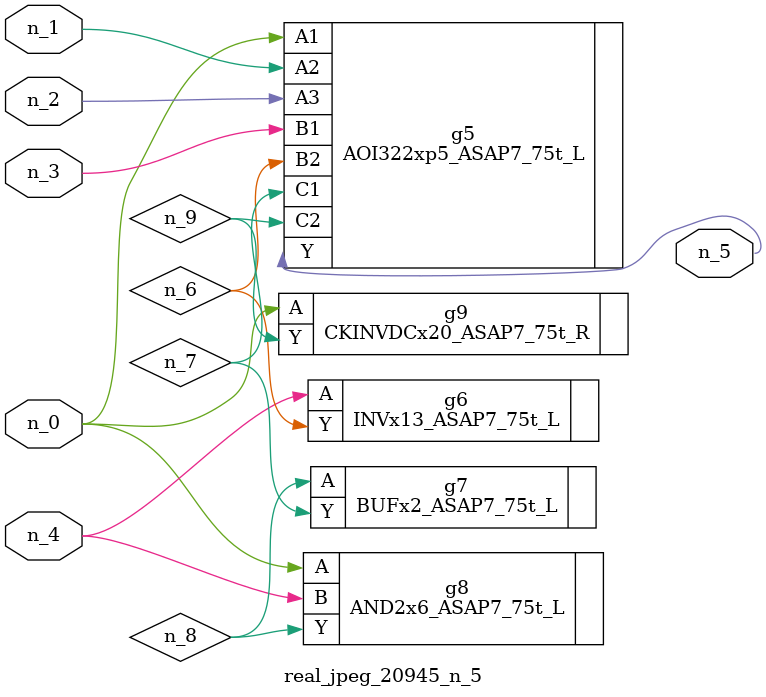
<source format=v>
module real_jpeg_20945_n_5 (n_4, n_0, n_1, n_2, n_3, n_5);

input n_4;
input n_0;
input n_1;
input n_2;
input n_3;

output n_5;

wire n_8;
wire n_6;
wire n_7;
wire n_9;

AOI322xp5_ASAP7_75t_L g5 ( 
.A1(n_0),
.A2(n_1),
.A3(n_2),
.B1(n_3),
.B2(n_6),
.C1(n_7),
.C2(n_9),
.Y(n_5)
);

AND2x6_ASAP7_75t_L g8 ( 
.A(n_0),
.B(n_4),
.Y(n_8)
);

CKINVDCx20_ASAP7_75t_R g9 ( 
.A(n_0),
.Y(n_9)
);

INVx13_ASAP7_75t_L g6 ( 
.A(n_4),
.Y(n_6)
);

BUFx2_ASAP7_75t_L g7 ( 
.A(n_8),
.Y(n_7)
);


endmodule
</source>
